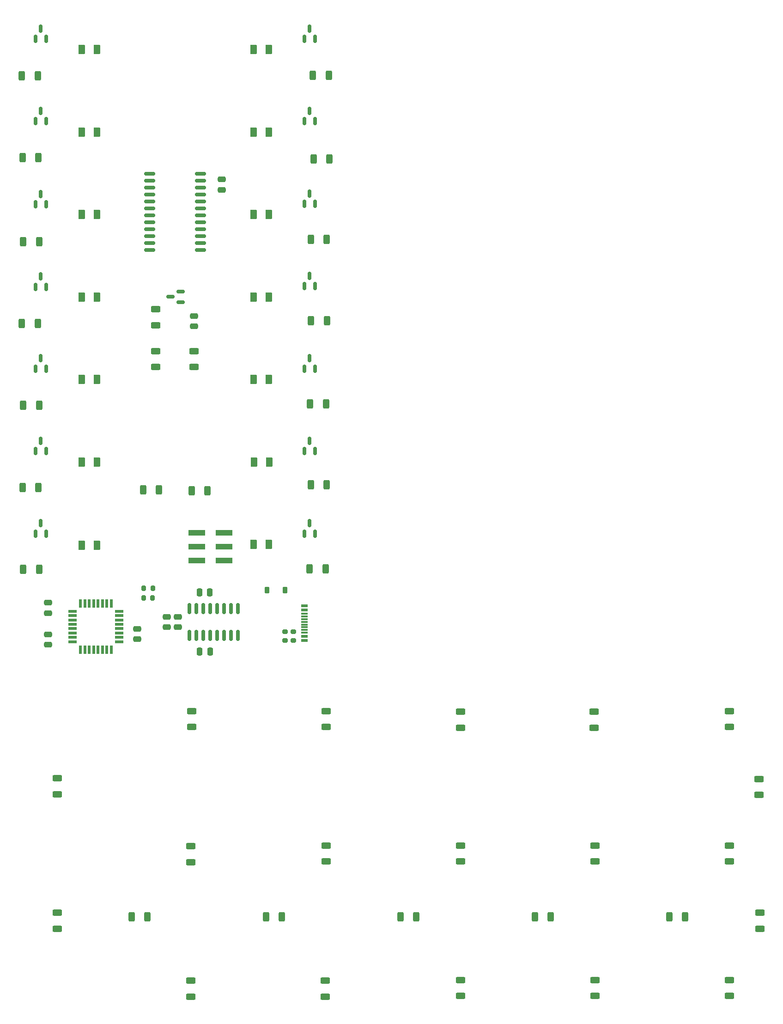
<source format=gtp>
G04 #@! TF.GenerationSoftware,KiCad,Pcbnew,8.0.2*
G04 #@! TF.CreationDate,2024-07-05T12:49:49+02:00*
G04 #@! TF.ProjectId,Single_board,53696e67-6c65-45f6-926f-6172642e6b69,1.0.2*
G04 #@! TF.SameCoordinates,Original*
G04 #@! TF.FileFunction,Paste,Top*
G04 #@! TF.FilePolarity,Positive*
%FSLAX46Y46*%
G04 Gerber Fmt 4.6, Leading zero omitted, Abs format (unit mm)*
G04 Created by KiCad (PCBNEW 8.0.2) date 2024-07-05 12:49:49*
%MOMM*%
%LPD*%
G01*
G04 APERTURE LIST*
G04 Aperture macros list*
%AMRoundRect*
0 Rectangle with rounded corners*
0 $1 Rounding radius*
0 $2 $3 $4 $5 $6 $7 $8 $9 X,Y pos of 4 corners*
0 Add a 4 corners polygon primitive as box body*
4,1,4,$2,$3,$4,$5,$6,$7,$8,$9,$2,$3,0*
0 Add four circle primitives for the rounded corners*
1,1,$1+$1,$2,$3*
1,1,$1+$1,$4,$5*
1,1,$1+$1,$6,$7*
1,1,$1+$1,$8,$9*
0 Add four rect primitives between the rounded corners*
20,1,$1+$1,$2,$3,$4,$5,0*
20,1,$1+$1,$4,$5,$6,$7,0*
20,1,$1+$1,$6,$7,$8,$9,0*
20,1,$1+$1,$8,$9,$2,$3,0*%
G04 Aperture macros list end*
%ADD10RoundRect,0.225000X-0.225000X-0.375000X0.225000X-0.375000X0.225000X0.375000X-0.225000X0.375000X0*%
%ADD11RoundRect,0.250000X-0.475000X0.250000X-0.475000X-0.250000X0.475000X-0.250000X0.475000X0.250000X0*%
%ADD12RoundRect,0.250000X-0.625000X0.312500X-0.625000X-0.312500X0.625000X-0.312500X0.625000X0.312500X0*%
%ADD13RoundRect,0.150000X0.150000X-0.587500X0.150000X0.587500X-0.150000X0.587500X-0.150000X-0.587500X0*%
%ADD14RoundRect,0.250000X-0.312500X-0.625000X0.312500X-0.625000X0.312500X0.625000X-0.312500X0.625000X0*%
%ADD15RoundRect,0.250000X-0.375000X-0.625000X0.375000X-0.625000X0.375000X0.625000X-0.375000X0.625000X0*%
%ADD16RoundRect,0.250000X0.375000X0.625000X-0.375000X0.625000X-0.375000X-0.625000X0.375000X-0.625000X0*%
%ADD17RoundRect,0.250000X0.312500X0.625000X-0.312500X0.625000X-0.312500X-0.625000X0.312500X-0.625000X0*%
%ADD18RoundRect,0.200000X0.275000X-0.200000X0.275000X0.200000X-0.275000X0.200000X-0.275000X-0.200000X0*%
%ADD19RoundRect,0.250000X0.625000X-0.312500X0.625000X0.312500X-0.625000X0.312500X-0.625000X-0.312500X0*%
%ADD20RoundRect,0.150000X-0.875000X-0.150000X0.875000X-0.150000X0.875000X0.150000X-0.875000X0.150000X0*%
%ADD21RoundRect,0.250000X0.250000X0.475000X-0.250000X0.475000X-0.250000X-0.475000X0.250000X-0.475000X0*%
%ADD22RoundRect,0.250000X0.475000X-0.250000X0.475000X0.250000X-0.475000X0.250000X-0.475000X-0.250000X0*%
%ADD23RoundRect,0.150000X0.150000X-0.825000X0.150000X0.825000X-0.150000X0.825000X-0.150000X-0.825000X0*%
%ADD24RoundRect,0.200000X-0.200000X-0.275000X0.200000X-0.275000X0.200000X0.275000X-0.200000X0.275000X0*%
%ADD25RoundRect,0.150000X0.587500X0.150000X-0.587500X0.150000X-0.587500X-0.150000X0.587500X-0.150000X0*%
%ADD26R,3.150000X1.000000*%
%ADD27R,1.240000X0.600000*%
%ADD28R,1.240000X0.300000*%
%ADD29R,1.600000X0.550000*%
%ADD30R,0.550000X1.600000*%
G04 APERTURE END LIST*
D10*
X181763400Y-143129000D03*
X185063400Y-143129000D03*
D11*
X165400000Y-148050000D03*
X165400000Y-149950000D03*
D12*
X161380000Y-91675000D03*
X161380000Y-94600000D03*
D13*
X139362000Y-102546500D03*
X141262000Y-102546500D03*
X140312000Y-100671500D03*
D14*
X137071500Y-79257000D03*
X139996500Y-79257000D03*
D15*
X147802000Y-44078000D03*
X150602000Y-44078000D03*
D16*
X182134500Y-134756000D03*
X179334500Y-134756000D03*
D13*
X139362000Y-117659500D03*
X141262000Y-117659500D03*
X140312000Y-115784500D03*
D12*
X192443000Y-214682500D03*
X192443000Y-217607500D03*
D17*
X192701500Y-123834000D03*
X189776500Y-123834000D03*
X159870500Y-203007000D03*
X156945500Y-203007000D03*
D16*
X182098000Y-74304000D03*
X179298000Y-74304000D03*
D12*
X143294000Y-177598500D03*
X143294000Y-180523500D03*
X241846000Y-214555500D03*
X241846000Y-217480500D03*
D17*
X193082500Y-48777000D03*
X190157500Y-48777000D03*
X192763000Y-93735000D03*
X189838000Y-93735000D03*
D12*
X217208000Y-214555500D03*
X217208000Y-217480500D03*
D13*
X188638000Y-102546500D03*
X190538000Y-102546500D03*
X189588000Y-100671500D03*
X139362000Y-57202000D03*
X141262000Y-57202000D03*
X140312000Y-55327000D03*
D17*
X192701500Y-78876000D03*
X189776500Y-78876000D03*
D18*
X186639600Y-152364600D03*
X186639600Y-150714600D03*
D17*
X209146500Y-203007000D03*
X206221500Y-203007000D03*
X258422500Y-203007000D03*
X255497500Y-203007000D03*
D15*
X147802000Y-89417000D03*
X150602000Y-89417000D03*
D16*
X182134500Y-59191000D03*
X179334500Y-59191000D03*
D19*
X266484000Y-192842500D03*
X266484000Y-189917500D03*
D13*
X188638000Y-132772500D03*
X190538000Y-132772500D03*
X189588000Y-130897500D03*
D19*
X271953000Y-180651500D03*
X271953000Y-177726500D03*
D13*
X188638000Y-72326000D03*
X190538000Y-72326000D03*
X189588000Y-70451000D03*
D19*
X241719000Y-168331500D03*
X241719000Y-165406500D03*
D17*
X193209500Y-64144000D03*
X190284500Y-64144000D03*
D14*
X136817500Y-94243000D03*
X139742500Y-94243000D03*
D12*
X266484000Y-214555500D03*
X266484000Y-217480500D03*
D20*
X160253000Y-66813000D03*
X160253000Y-68083000D03*
X160253000Y-69353000D03*
X160253000Y-70623000D03*
X160253000Y-71893000D03*
X160253000Y-73163000D03*
X160253000Y-74433000D03*
X160253000Y-75703000D03*
X160253000Y-76973000D03*
X160253000Y-78243000D03*
X160253000Y-79513000D03*
X160253000Y-80783000D03*
X169553000Y-80783000D03*
X169553000Y-79513000D03*
X169553000Y-78243000D03*
X169553000Y-76973000D03*
X169553000Y-75703000D03*
X169553000Y-74433000D03*
X169553000Y-73163000D03*
X169553000Y-71893000D03*
X169553000Y-70623000D03*
X169553000Y-69353000D03*
X169553000Y-68083000D03*
X169553000Y-66813000D03*
D21*
X171350000Y-154400000D03*
X169450000Y-154400000D03*
D22*
X141600000Y-153150000D03*
X141600000Y-151250000D03*
D12*
X143294000Y-202236500D03*
X143294000Y-205161500D03*
D11*
X141600000Y-145450000D03*
X141600000Y-147350000D03*
D23*
X167555000Y-151475000D03*
X168825000Y-151475000D03*
X170095000Y-151475000D03*
X171365000Y-151475000D03*
X172635000Y-151475000D03*
X173905000Y-151475000D03*
X175175000Y-151475000D03*
X176445000Y-151475000D03*
X176445000Y-146525000D03*
X175175000Y-146525000D03*
X173905000Y-146525000D03*
X172635000Y-146525000D03*
X171365000Y-146525000D03*
X170095000Y-146525000D03*
X168825000Y-146525000D03*
X167555000Y-146525000D03*
D12*
X167805000Y-214682500D03*
X167805000Y-217607500D03*
D13*
X188638000Y-87433500D03*
X190538000Y-87433500D03*
X189588000Y-85558500D03*
X188638000Y-57207500D03*
X190538000Y-57207500D03*
X189588000Y-55332500D03*
D19*
X167932000Y-168204500D03*
X167932000Y-165279500D03*
D17*
X233784500Y-203007000D03*
X230859500Y-203007000D03*
D19*
X217208000Y-168331500D03*
X217208000Y-165406500D03*
X167805000Y-192969500D03*
X167805000Y-190044500D03*
D22*
X158000000Y-152150000D03*
X158000000Y-150250000D03*
D24*
X159150000Y-144600000D03*
X160800000Y-144600000D03*
D11*
X163400000Y-148050000D03*
X163400000Y-149950000D03*
D19*
X192570000Y-192842500D03*
X192570000Y-189917500D03*
D24*
X159175000Y-142800000D03*
X160825000Y-142800000D03*
D21*
X171300000Y-143600000D03*
X169400000Y-143600000D03*
D25*
X165937500Y-90350000D03*
X165937500Y-88450000D03*
X164062500Y-89400000D03*
D13*
X188638000Y-42100000D03*
X190538000Y-42100000D03*
X189588000Y-40225000D03*
D16*
X182098000Y-44078000D03*
X179298000Y-44078000D03*
D15*
X147802000Y-74304000D03*
X150602000Y-74304000D03*
X147802000Y-134883000D03*
X150602000Y-134883000D03*
D14*
X167955500Y-124917200D03*
X170880500Y-124917200D03*
D13*
X139362000Y-42100000D03*
X141262000Y-42100000D03*
X140312000Y-40225000D03*
D15*
X147802000Y-104530000D03*
X150602000Y-104530000D03*
D26*
X168875000Y-132660000D03*
X173925000Y-132660000D03*
X168875000Y-135200000D03*
X173925000Y-135200000D03*
X168875000Y-137740000D03*
X173925000Y-137740000D03*
D22*
X168400000Y-94800000D03*
X168400000Y-92900000D03*
D13*
X139362000Y-132772500D03*
X141262000Y-132772500D03*
X140312000Y-130897500D03*
D17*
X161990500Y-124790200D03*
X159065500Y-124790200D03*
D11*
X173470000Y-67880000D03*
X173470000Y-69780000D03*
D12*
X168370000Y-99337500D03*
X168370000Y-102262500D03*
D19*
X241846000Y-192842500D03*
X241846000Y-189917500D03*
D16*
X182134500Y-89417000D03*
X179334500Y-89417000D03*
D19*
X192570000Y-168204500D03*
X192570000Y-165279500D03*
D16*
X182098000Y-104530000D03*
X179298000Y-104530000D03*
D14*
X136944500Y-63890000D03*
X139869500Y-63890000D03*
D19*
X161380000Y-102262500D03*
X161380000Y-99337500D03*
D15*
X147802000Y-59191000D03*
X150602000Y-59191000D03*
X147802000Y-119643000D03*
X150602000Y-119643000D03*
D27*
X188654600Y-152399600D03*
X188654600Y-151599600D03*
D28*
X188654600Y-150949600D03*
X188654600Y-149949600D03*
X188654600Y-148449600D03*
X188654600Y-147449600D03*
D27*
X188654600Y-146799600D03*
X188654600Y-145999600D03*
X188654600Y-145999600D03*
X188654600Y-146799600D03*
D28*
X188654600Y-147949600D03*
X188654600Y-148949600D03*
X188654600Y-149449600D03*
X188654600Y-150449600D03*
D27*
X188654600Y-151599600D03*
X188654600Y-152399600D03*
D18*
X185039600Y-152364600D03*
X185039600Y-150714600D03*
D12*
X272080000Y-202237500D03*
X272080000Y-205162500D03*
D14*
X136944500Y-124342000D03*
X139869500Y-124342000D03*
D19*
X217208000Y-192842500D03*
X217208000Y-189917500D03*
D16*
X182225000Y-119643000D03*
X179425000Y-119643000D03*
D14*
X137071500Y-109229000D03*
X139996500Y-109229000D03*
D17*
X184508500Y-203007000D03*
X181583500Y-203007000D03*
D13*
X139362000Y-72447500D03*
X141262000Y-72447500D03*
X140312000Y-70572500D03*
D19*
X266484000Y-168204500D03*
X266484000Y-165279500D03*
D14*
X136817500Y-48904000D03*
X139742500Y-48904000D03*
D13*
X188638000Y-117659500D03*
X190538000Y-117659500D03*
X189588000Y-115784500D03*
D14*
X137071500Y-139328000D03*
X139996500Y-139328000D03*
D29*
X146150000Y-147000000D03*
X146150000Y-147800000D03*
X146150000Y-148600000D03*
X146150000Y-149400000D03*
X146150000Y-150200000D03*
X146150000Y-151000000D03*
X146150000Y-151800000D03*
X146150000Y-152600000D03*
D30*
X147600000Y-154050000D03*
X148400000Y-154050000D03*
X149200000Y-154050000D03*
X150000000Y-154050000D03*
X150800000Y-154050000D03*
X151600000Y-154050000D03*
X152400000Y-154050000D03*
X153200000Y-154050000D03*
D29*
X154650000Y-152600000D03*
X154650000Y-151800000D03*
X154650000Y-151000000D03*
X154650000Y-150200000D03*
X154650000Y-149400000D03*
X154650000Y-148600000D03*
X154650000Y-147800000D03*
X154650000Y-147000000D03*
D30*
X153200000Y-145550000D03*
X152400000Y-145550000D03*
X151600000Y-145550000D03*
X150800000Y-145550000D03*
X150000000Y-145550000D03*
X149200000Y-145550000D03*
X148400000Y-145550000D03*
X147600000Y-145550000D03*
D17*
X192574500Y-108975000D03*
X189649500Y-108975000D03*
X192509000Y-139201000D03*
X189584000Y-139201000D03*
D13*
X139362000Y-87560500D03*
X141262000Y-87560500D03*
X140312000Y-85685500D03*
M02*

</source>
